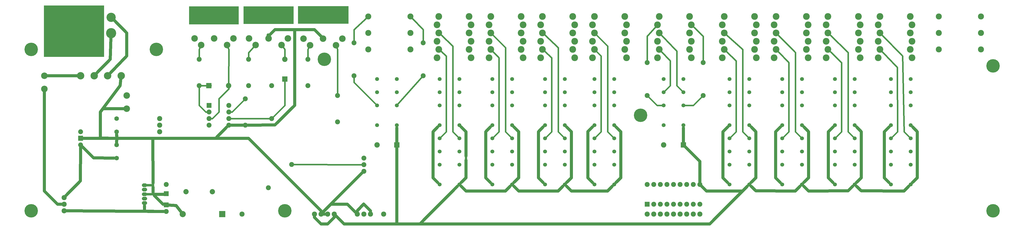
<source format=gbl>
G04 MADE WITH FRITZING*
G04 WWW.FRITZING.ORG*
G04 DOUBLE SIDED*
G04 HOLES PLATED*
G04 CONTOUR ON CENTER OF CONTOUR VECTOR*
%ASAXBY*%
%FSLAX23Y23*%
%MOIN*%
%OFA0B0*%
%SFA1.0B1.0*%
%ADD10C,0.154173*%
%ADD11C,0.140000*%
%ADD12C,0.082000*%
%ADD13C,0.099060*%
%ADD14C,0.075000*%
%ADD15C,0.078000*%
%ADD16C,0.053307*%
%ADD17C,0.099055*%
%ADD18C,0.039370*%
%ADD19C,0.080000*%
%ADD20C,0.094000*%
%ADD21C,0.112000*%
%ADD22C,0.074000*%
%ADD23C,0.070000*%
%ADD24C,0.204725*%
%ADD25C,0.102362*%
%ADD26C,0.091417*%
%ADD27C,0.059000*%
%ADD28R,0.082000X0.082000*%
%ADD29R,0.766667X0.266667*%
%ADD30R,0.075000X0.075000*%
%ADD31R,0.094000X0.094000*%
%ADD32R,0.914814X0.781481*%
%ADD33R,0.755559X0.274073*%
%ADD34R,0.759260X0.270370*%
%ADD35C,0.057087*%
%ADD36C,0.048000*%
%ADD37C,0.024000*%
%ADD38C,0.036000*%
%ADD39R,0.001000X0.001000*%
%LNCOPPER0*%
G90*
G70*
G54D10*
X1497Y2994D03*
G54D11*
X1497Y3234D03*
X1307Y3114D03*
G54D12*
X10182Y1297D03*
X9884Y1297D03*
G54D13*
X5007Y2911D03*
X4909Y2810D03*
X4712Y2911D03*
X4515Y2810D03*
X4417Y2911D03*
X4909Y3317D03*
X4515Y3317D03*
G54D14*
X4482Y2597D03*
X4482Y2197D03*
X4932Y2047D03*
X4932Y1647D03*
G54D15*
X5632Y247D03*
G54D14*
X2332Y557D03*
X2332Y695D03*
G54D16*
X2002Y685D03*
X2002Y618D03*
X2002Y551D03*
X2002Y484D03*
X2002Y417D03*
G54D17*
X482Y2347D03*
X482Y2147D03*
G54D15*
X2232Y1697D03*
X2232Y1597D03*
X2232Y1497D03*
G54D18*
X2132Y547D03*
X2132Y687D03*
G54D17*
X1732Y2047D03*
X1732Y1847D03*
G54D14*
X2332Y387D03*
X2332Y287D03*
G54D19*
X2632Y587D03*
X3032Y587D03*
G54D15*
X782Y497D03*
X782Y397D03*
X782Y297D03*
G54D20*
X3182Y247D03*
X2582Y247D03*
G54D18*
X6882Y1097D03*
G54D15*
X3482Y247D03*
G54D21*
X1032Y2347D03*
X1238Y2347D03*
X1444Y2347D03*
X1650Y2347D03*
G54D22*
X1032Y1297D03*
X1032Y1397D03*
X1032Y1497D03*
G54D23*
X1578Y1495D03*
X1578Y1695D03*
X1578Y1295D03*
X1578Y1095D03*
G54D24*
X9532Y1747D03*
X14882Y297D03*
X14882Y2497D03*
X282Y2747D03*
X282Y297D03*
X2182Y2747D03*
X4732Y2597D03*
X4132Y297D03*
G54D15*
X4582Y247D03*
X4682Y247D03*
X4782Y247D03*
X4882Y247D03*
X5432Y247D03*
X5332Y247D03*
X5232Y247D03*
G54D12*
X4132Y2297D03*
X4132Y2595D03*
G54D25*
X9816Y3247D03*
X9816Y2997D03*
X9816Y2747D03*
X10276Y3247D03*
X10276Y2997D03*
X10276Y2747D03*
X9788Y3119D03*
X9788Y2869D03*
X9788Y2619D03*
X10304Y3119D03*
X10304Y2869D03*
X10304Y2619D03*
X6471Y3247D03*
X6471Y2997D03*
X6471Y2747D03*
X6931Y3247D03*
X6931Y2997D03*
X6931Y2747D03*
X6443Y3119D03*
X6443Y2869D03*
X6443Y2619D03*
X6959Y3119D03*
X6959Y2869D03*
X6959Y2619D03*
X7260Y3247D03*
X7260Y2997D03*
X7260Y2747D03*
X7720Y3247D03*
X7720Y2997D03*
X7720Y2747D03*
X7232Y3119D03*
X7232Y2869D03*
X7232Y2619D03*
X7748Y3119D03*
X7748Y2869D03*
X7748Y2619D03*
X8832Y3247D03*
X8832Y2997D03*
X8832Y2747D03*
X9293Y3247D03*
X9293Y2997D03*
X9293Y2747D03*
X8804Y3119D03*
X8804Y2869D03*
X8804Y2619D03*
X9320Y3119D03*
X9320Y2869D03*
X9320Y2619D03*
X8043Y3247D03*
X8043Y2997D03*
X8043Y2747D03*
X8504Y3247D03*
X8504Y2997D03*
X8504Y2747D03*
X8016Y3119D03*
X8016Y2869D03*
X8016Y2619D03*
X8532Y3119D03*
X8532Y2869D03*
X8532Y2619D03*
X10802Y3247D03*
X10802Y2997D03*
X10802Y2747D03*
X11263Y3247D03*
X11263Y2997D03*
X11263Y2747D03*
X10774Y3119D03*
X10774Y2869D03*
X10774Y2619D03*
X11290Y3119D03*
X11290Y2869D03*
X11290Y2619D03*
X11588Y3247D03*
X11588Y2997D03*
X11588Y2747D03*
X12049Y3247D03*
X12049Y2997D03*
X12049Y2747D03*
X11561Y3119D03*
X11561Y2869D03*
X11561Y2619D03*
X12076Y3119D03*
X12076Y2869D03*
X12076Y2619D03*
G54D14*
X9632Y397D03*
X9632Y697D03*
X9732Y397D03*
X9732Y697D03*
X9832Y397D03*
X9832Y697D03*
X9932Y397D03*
X9932Y697D03*
X10032Y397D03*
X10032Y697D03*
X10132Y397D03*
X10132Y697D03*
X10232Y397D03*
X10232Y697D03*
X10332Y397D03*
X10332Y697D03*
X10432Y397D03*
X10432Y697D03*
G54D25*
X13166Y3247D03*
X13166Y2997D03*
X13166Y2747D03*
X13627Y3247D03*
X13627Y2997D03*
X13627Y2747D03*
X13138Y3119D03*
X13138Y2869D03*
X13138Y2619D03*
X13654Y3119D03*
X13654Y2869D03*
X13654Y2619D03*
G54D26*
X5399Y3247D03*
X6038Y3247D03*
X5399Y2997D03*
X6038Y2997D03*
X5399Y2747D03*
X6038Y2747D03*
X14060Y3247D03*
X14699Y3247D03*
X14060Y2997D03*
X14699Y2997D03*
X14060Y2747D03*
X14699Y2747D03*
G54D25*
X12377Y3247D03*
X12377Y2997D03*
X12377Y2747D03*
X12838Y3247D03*
X12838Y2997D03*
X12838Y2747D03*
X12350Y3119D03*
X12350Y2869D03*
X12350Y2619D03*
X12865Y3119D03*
X12865Y2869D03*
X12865Y2619D03*
G54D15*
X10432Y247D03*
X10332Y247D03*
X10232Y247D03*
X10132Y247D03*
X10032Y247D03*
X9932Y247D03*
X9832Y247D03*
X9732Y247D03*
X9632Y247D03*
G54D27*
X13634Y1897D03*
X13334Y2297D03*
X13334Y2097D03*
X13334Y1897D03*
X13334Y1597D03*
X13634Y1597D03*
X13634Y2097D03*
X13634Y2297D03*
X12784Y1897D03*
X12484Y2297D03*
X12484Y2097D03*
X12484Y1897D03*
X12484Y1597D03*
X12784Y1597D03*
X12784Y2097D03*
X12784Y2297D03*
X11984Y1897D03*
X11684Y2297D03*
X11684Y2097D03*
X11684Y1897D03*
X11684Y1597D03*
X11984Y1597D03*
X11984Y2097D03*
X11984Y2297D03*
X11184Y1897D03*
X10884Y2297D03*
X10884Y2097D03*
X10884Y1897D03*
X10884Y1597D03*
X11184Y1597D03*
X11184Y2097D03*
X11184Y2297D03*
X9132Y1897D03*
X8832Y2297D03*
X8832Y2097D03*
X8832Y1897D03*
X8832Y1597D03*
X9132Y1597D03*
X9132Y2097D03*
X9132Y2297D03*
X8382Y1897D03*
X8082Y2297D03*
X8082Y2097D03*
X8082Y1897D03*
X8082Y1597D03*
X8382Y1597D03*
X8382Y2097D03*
X8382Y2297D03*
X7582Y1897D03*
X7282Y2297D03*
X7282Y2097D03*
X7282Y1897D03*
X7282Y1597D03*
X7582Y1597D03*
X7582Y2097D03*
X7582Y2297D03*
X6782Y1897D03*
X6482Y2297D03*
X6482Y2097D03*
X6482Y1897D03*
X6482Y1597D03*
X6782Y1597D03*
X6782Y2097D03*
X6782Y2297D03*
X6782Y997D03*
X6482Y1397D03*
X6482Y1197D03*
X6482Y997D03*
X6482Y697D03*
X6782Y697D03*
X6782Y1197D03*
X6782Y1397D03*
X7582Y997D03*
X7282Y1397D03*
X7282Y1197D03*
X7282Y997D03*
X7282Y697D03*
X7582Y697D03*
X7582Y1197D03*
X7582Y1397D03*
X8382Y997D03*
X8082Y1397D03*
X8082Y1197D03*
X8082Y997D03*
X8082Y697D03*
X8382Y697D03*
X8382Y1197D03*
X8382Y1397D03*
X11182Y997D03*
X10882Y1397D03*
X10882Y1197D03*
X10882Y997D03*
X10882Y697D03*
X11182Y697D03*
X11182Y1197D03*
X11182Y1397D03*
X11982Y997D03*
X11682Y1397D03*
X11682Y1197D03*
X11682Y997D03*
X11682Y697D03*
X11982Y697D03*
X11982Y1197D03*
X11982Y1397D03*
X12782Y997D03*
X12482Y1397D03*
X12482Y1197D03*
X12482Y997D03*
X12482Y697D03*
X12782Y697D03*
X12782Y1197D03*
X12782Y1397D03*
X13632Y997D03*
X13332Y1397D03*
X13332Y1197D03*
X13332Y997D03*
X13332Y697D03*
X13632Y697D03*
X13632Y1197D03*
X13632Y1397D03*
X10182Y1897D03*
X9882Y2297D03*
X9882Y2097D03*
X9882Y1897D03*
X9882Y1597D03*
X10182Y1597D03*
X10182Y2097D03*
X10182Y2297D03*
X5832Y1897D03*
X5532Y2297D03*
X5532Y2097D03*
X5532Y1897D03*
X5532Y1597D03*
X5832Y1597D03*
X5832Y2097D03*
X5832Y2297D03*
X9132Y997D03*
X8832Y1397D03*
X8832Y1197D03*
X8832Y997D03*
X8832Y697D03*
X9132Y697D03*
X9132Y1197D03*
X9132Y1397D03*
G54D14*
X2832Y2597D03*
X2832Y2197D03*
G54D12*
X2982Y2197D03*
X3280Y2197D03*
G54D14*
X3932Y2197D03*
X3932Y1697D03*
X3532Y1597D03*
X3532Y1997D03*
X3582Y2597D03*
X3582Y2197D03*
X2982Y1897D03*
X3282Y1897D03*
X2982Y1797D03*
X3282Y1797D03*
X2982Y1697D03*
X3282Y1697D03*
X2982Y1597D03*
X3282Y1597D03*
G54D13*
X4181Y2913D03*
X4083Y2812D03*
X3886Y2913D03*
X3689Y2812D03*
X3591Y2913D03*
X4083Y3319D03*
X3689Y3319D03*
X3354Y2913D03*
X3256Y2812D03*
X3059Y2913D03*
X2862Y2812D03*
X2764Y2913D03*
X3256Y3319D03*
X2862Y3319D03*
G54D14*
X5182Y2347D03*
X5182Y2847D03*
X9632Y2047D03*
X9632Y2547D03*
X10482Y2047D03*
X10482Y2547D03*
X6232Y2347D03*
X6232Y2847D03*
X5332Y1097D03*
X5332Y997D03*
X5332Y897D03*
X3882Y647D03*
X4235Y1001D03*
G54D12*
X5832Y1297D03*
X5534Y1297D03*
G54D28*
X10183Y1297D03*
G54D29*
X4715Y3271D03*
G54D30*
X2332Y557D03*
X2332Y387D03*
G54D31*
X3182Y247D03*
G54D32*
X932Y3022D03*
G54D33*
X3056Y3263D03*
G54D34*
X3886Y3266D03*
G54D28*
X4132Y2296D03*
G54D30*
X9632Y397D03*
G54D28*
X2981Y2197D03*
G54D30*
X2982Y1897D03*
G54D28*
X5833Y1297D03*
G54D35*
X2013Y685D02*
X1991Y685D01*
D02*
X2013Y618D02*
X1991Y618D01*
D02*
X2013Y551D02*
X1991Y551D01*
D02*
X2013Y484D02*
X1991Y484D01*
D02*
X2013Y417D02*
X1991Y417D01*
G54D36*
D02*
X10432Y1047D02*
X10213Y1266D01*
D02*
X10432Y737D02*
X10432Y1047D01*
D02*
X10182Y1340D02*
X10182Y1557D01*
D02*
X5032Y97D02*
X4911Y218D01*
D02*
X5832Y97D02*
X5032Y97D01*
D02*
X5832Y1254D02*
X5832Y97D01*
D02*
X5832Y1340D02*
X5832Y1557D01*
D02*
X4682Y2947D02*
X4679Y2951D01*
D02*
X4582Y3047D02*
X4682Y2947D01*
D02*
X3982Y3047D02*
X4582Y3047D01*
D02*
X3882Y2947D02*
X3982Y3047D01*
D02*
X3880Y2965D02*
X3882Y2947D01*
G54D37*
D02*
X4482Y2747D02*
X4482Y2626D01*
D02*
X4496Y2774D02*
X4482Y2747D01*
D02*
X4932Y2076D02*
X4932Y2747D01*
D02*
X4932Y2747D02*
X4923Y2772D01*
G54D36*
D02*
X2291Y547D02*
X2162Y547D01*
D02*
X2293Y547D02*
X2291Y547D01*
G54D38*
D02*
X2107Y687D02*
X2040Y685D01*
G54D36*
D02*
X2002Y288D02*
X2002Y373D01*
D02*
X2292Y287D02*
X2002Y288D01*
G54D38*
D02*
X2040Y550D02*
X2107Y548D01*
G54D36*
D02*
X1582Y1396D02*
X2131Y1396D01*
D02*
X2131Y1396D02*
X2132Y717D01*
D02*
X1580Y1332D02*
X1582Y1396D01*
D02*
X2132Y577D02*
X2132Y657D01*
D02*
X2282Y397D02*
X2293Y395D01*
D02*
X2153Y526D02*
X2282Y397D01*
D02*
X2482Y377D02*
X2552Y286D01*
D02*
X2372Y384D02*
X2482Y377D01*
D02*
X534Y2347D02*
X982Y2347D01*
D02*
X682Y395D02*
X482Y597D01*
D02*
X482Y597D02*
X482Y2095D01*
D02*
X741Y396D02*
X682Y395D01*
D02*
X1030Y751D02*
X811Y526D01*
D02*
X1032Y1255D02*
X1030Y751D01*
D02*
X2292Y287D02*
X823Y297D01*
D02*
X1582Y1396D02*
X1334Y1399D01*
D02*
X1372Y1847D02*
X1680Y1847D01*
D02*
X1334Y1795D02*
X1372Y1847D01*
D02*
X1334Y1399D02*
X1334Y1795D01*
D02*
X1580Y1332D02*
X1582Y1396D01*
G54D37*
D02*
X5182Y3047D02*
X5369Y3220D01*
D02*
X5182Y2876D02*
X5182Y3047D01*
D02*
X6232Y3047D02*
X6066Y3218D01*
D02*
X6232Y2876D02*
X6232Y3047D01*
D02*
X9632Y2947D02*
X9760Y3087D01*
D02*
X9632Y2576D02*
X9632Y2947D01*
D02*
X10482Y2947D02*
X10335Y3089D01*
D02*
X10482Y2576D02*
X10482Y2947D01*
G54D36*
D02*
X4682Y295D02*
X4682Y288D01*
D02*
X3582Y1395D02*
X4682Y295D01*
D02*
X1586Y1395D02*
X3582Y1395D01*
D02*
X1581Y1458D02*
X1586Y1395D01*
D02*
X5304Y869D02*
X4711Y276D01*
G54D37*
D02*
X4264Y1000D02*
X5303Y997D01*
D02*
X5182Y2247D02*
X5512Y1917D01*
D02*
X5182Y2318D02*
X5182Y2247D01*
D02*
X5851Y1918D02*
X6213Y2326D01*
G54D36*
D02*
X10582Y97D02*
X5032Y97D01*
D02*
X5032Y97D02*
X4911Y218D01*
D02*
X11154Y669D02*
X10582Y97D01*
D02*
X6882Y797D02*
X6810Y725D01*
D02*
X6882Y1067D02*
X6882Y797D01*
D02*
X6882Y1497D02*
X6810Y1569D01*
D02*
X6882Y1127D02*
X6882Y1497D01*
D02*
X9104Y669D02*
X9032Y597D01*
D02*
X9032Y597D02*
X8482Y597D01*
D02*
X8482Y597D02*
X8410Y669D01*
D02*
X8354Y669D02*
X8282Y597D01*
D02*
X8282Y597D02*
X7682Y597D01*
D02*
X7682Y597D02*
X7610Y669D01*
D02*
X6882Y597D02*
X6810Y669D01*
D02*
X7482Y597D02*
X6882Y597D01*
D02*
X7554Y669D02*
X7482Y597D01*
D02*
X13534Y595D02*
X12882Y599D01*
D02*
X12882Y599D02*
X12810Y669D01*
D02*
X13604Y668D02*
X13534Y595D01*
D02*
X12754Y669D02*
X12682Y599D01*
D02*
X12682Y599D02*
X12082Y595D01*
D02*
X12082Y595D02*
X12010Y669D01*
D02*
X11954Y669D02*
X11882Y595D01*
D02*
X11882Y595D02*
X11282Y599D01*
D02*
X11282Y599D02*
X11210Y669D01*
D02*
X13660Y725D02*
X13732Y797D01*
D02*
X13732Y797D02*
X13734Y1497D01*
D02*
X13734Y1497D02*
X13662Y1569D01*
D02*
X12810Y725D02*
X12882Y797D01*
D02*
X12882Y797D02*
X12884Y1497D01*
D02*
X12884Y1497D02*
X12812Y1569D01*
D02*
X12082Y797D02*
X12084Y1497D01*
D02*
X12084Y1497D02*
X12012Y1569D01*
D02*
X12010Y725D02*
X12082Y797D01*
D02*
X11210Y725D02*
X11282Y797D01*
D02*
X11282Y797D02*
X11284Y1497D01*
D02*
X11284Y1497D02*
X11212Y1569D01*
D02*
X1732Y2997D02*
X1548Y3183D01*
D02*
X1732Y2647D02*
X1732Y2997D01*
D02*
X1479Y2383D02*
X1732Y2647D01*
D02*
X1482Y2597D02*
X1494Y2915D01*
D02*
X1273Y2383D02*
X1482Y2597D01*
D02*
X1582Y1397D02*
X1580Y1332D01*
D02*
X1074Y1397D02*
X1582Y1397D01*
D02*
X1582Y1397D02*
X1580Y1458D01*
D02*
X1074Y1397D02*
X1582Y1397D01*
D02*
X1230Y1099D02*
X1541Y1096D01*
D02*
X1062Y1267D02*
X1230Y1099D01*
D02*
X1334Y1395D02*
X1074Y1397D01*
D02*
X1334Y1795D02*
X1334Y1395D01*
D02*
X1632Y2197D02*
X1334Y1795D01*
D02*
X1644Y2297D02*
X1632Y2197D01*
D02*
X4882Y197D02*
X4882Y206D01*
D02*
X4782Y97D02*
X4882Y197D01*
D02*
X4682Y97D02*
X4782Y97D01*
D02*
X4582Y197D02*
X4682Y97D01*
D02*
X4582Y206D02*
X4582Y197D01*
D02*
X4723Y247D02*
X4741Y247D01*
D02*
X5232Y297D02*
X5232Y288D01*
D02*
X5330Y399D02*
X5232Y297D01*
D02*
X5432Y297D02*
X5330Y399D01*
D02*
X5432Y288D02*
X5432Y297D01*
D02*
X6182Y97D02*
X6754Y669D01*
D02*
X5032Y97D02*
X6182Y97D01*
D02*
X4911Y218D02*
X5032Y97D01*
G54D37*
D02*
X2832Y1897D02*
X2832Y2197D01*
D02*
X2832Y2197D02*
X2950Y2197D01*
D02*
X2932Y1797D02*
X2832Y1897D01*
D02*
X2953Y1797D02*
X2932Y1797D01*
D02*
X3282Y2147D02*
X3281Y2165D01*
D02*
X3133Y1998D02*
X3282Y2147D01*
D02*
X3132Y1797D02*
X3133Y1998D01*
D02*
X3032Y1697D02*
X3132Y1797D01*
D02*
X3011Y1697D02*
X3032Y1697D01*
G54D36*
D02*
X3082Y1397D02*
X3254Y1569D01*
D02*
X1582Y1396D02*
X3082Y1397D01*
D02*
X1580Y1458D02*
X1582Y1396D01*
D02*
X3492Y1597D02*
X3322Y1597D01*
D02*
X3982Y1599D02*
X3572Y1597D01*
D02*
X4282Y1895D02*
X3982Y1599D01*
D02*
X3982Y3047D02*
X4282Y3047D01*
D02*
X3882Y2947D02*
X3982Y3047D01*
D02*
X4282Y3047D02*
X4282Y1895D01*
D02*
X3880Y2965D02*
X3882Y2947D01*
G54D37*
D02*
X3332Y1797D02*
X3512Y1977D01*
D02*
X3311Y1797D02*
X3332Y1797D01*
D02*
X9982Y2573D02*
X9845Y2716D01*
D02*
X9982Y2197D02*
X9982Y2573D01*
D02*
X9902Y2117D02*
X9982Y2197D01*
D02*
X10082Y2197D02*
X10082Y2721D01*
D02*
X10082Y2721D02*
X9845Y2966D01*
D02*
X10162Y2117D02*
X10082Y2197D01*
D02*
X9782Y1897D02*
X9853Y1897D01*
D02*
X9652Y2027D02*
X9782Y1897D01*
D02*
X10332Y1897D02*
X10211Y1897D01*
D02*
X10462Y2027D02*
X10332Y1897D01*
G54D36*
D02*
X5082Y397D02*
X5203Y276D01*
D02*
X4832Y396D02*
X5082Y397D01*
D02*
X4711Y276D02*
X4832Y396D01*
G54D37*
D02*
X3311Y1697D02*
X3903Y1697D01*
D02*
X4134Y1895D02*
X4132Y2265D01*
D02*
X3952Y1717D02*
X4134Y1895D01*
D02*
X4133Y2747D02*
X4108Y2780D01*
D02*
X4132Y2627D02*
X4133Y2747D01*
G54D36*
D02*
X7182Y797D02*
X7182Y1497D01*
D02*
X7182Y1497D02*
X7254Y1569D01*
D02*
X7254Y725D02*
X7182Y797D01*
D02*
X7682Y797D02*
X7682Y1497D01*
D02*
X7682Y1497D02*
X7610Y1569D01*
D02*
X7610Y725D02*
X7682Y797D01*
D02*
X6382Y797D02*
X6382Y1497D01*
D02*
X6382Y1497D02*
X6454Y1569D01*
D02*
X6454Y725D02*
X6382Y797D01*
G54D37*
D02*
X2833Y2747D02*
X2846Y2775D01*
D02*
X2832Y2626D02*
X2833Y2747D01*
D02*
X3282Y2747D02*
X3271Y2774D01*
D02*
X3280Y2229D02*
X3282Y2747D01*
D02*
X3582Y2697D02*
X3661Y2782D01*
D02*
X3582Y2626D02*
X3582Y2697D01*
G54D36*
D02*
X13232Y797D02*
X13234Y1497D01*
D02*
X13234Y1497D02*
X13306Y1569D01*
D02*
X13304Y725D02*
X13232Y797D01*
D02*
X12382Y797D02*
X12384Y1497D01*
D02*
X12384Y1497D02*
X12456Y1569D01*
D02*
X12454Y725D02*
X12382Y797D01*
D02*
X11582Y797D02*
X11584Y1497D01*
D02*
X11584Y1497D02*
X11656Y1569D01*
D02*
X11654Y725D02*
X11582Y797D01*
D02*
X10782Y797D02*
X10784Y1497D01*
D02*
X10784Y1497D02*
X10856Y1569D01*
D02*
X10854Y725D02*
X10782Y797D01*
D02*
X9232Y797D02*
X9234Y1495D01*
D02*
X9234Y1495D02*
X9160Y1569D01*
D02*
X9160Y725D02*
X9232Y797D01*
D02*
X8732Y797D02*
X8734Y1499D01*
D02*
X8734Y1499D02*
X8804Y1569D01*
D02*
X8804Y725D02*
X8732Y797D01*
D02*
X8482Y797D02*
X8482Y1497D01*
D02*
X8482Y1497D02*
X8410Y1569D01*
D02*
X8410Y725D02*
X8482Y797D01*
D02*
X7982Y797D02*
X7982Y1497D01*
D02*
X7982Y1497D02*
X8054Y1569D01*
D02*
X8054Y725D02*
X7982Y797D01*
D02*
X10532Y597D02*
X10460Y669D01*
D02*
X11082Y597D02*
X10532Y597D01*
D02*
X11154Y669D02*
X11082Y597D01*
G54D37*
D02*
X8934Y2647D02*
X8932Y1497D01*
D02*
X8932Y1497D02*
X8852Y1417D01*
D02*
X8862Y2717D02*
X8934Y2647D01*
D02*
X9034Y2795D02*
X9032Y1497D01*
D02*
X9032Y1497D02*
X9112Y1417D01*
D02*
X8862Y2967D02*
X9034Y2795D01*
D02*
X8182Y1497D02*
X8182Y2621D01*
D02*
X8182Y2621D02*
X8075Y2718D01*
D02*
X8102Y1417D02*
X8182Y1497D01*
D02*
X8282Y2773D02*
X8075Y2968D01*
D02*
X8282Y1497D02*
X8282Y2773D01*
D02*
X8362Y1417D02*
X8282Y1497D01*
D02*
X7382Y2621D02*
X7382Y1497D01*
D02*
X7382Y1497D02*
X7302Y1417D01*
D02*
X7289Y2716D02*
X7382Y2621D01*
D02*
X7482Y2773D02*
X7482Y1497D01*
D02*
X7482Y1497D02*
X7562Y1417D01*
D02*
X7290Y2967D02*
X7482Y2773D01*
D02*
X6582Y2647D02*
X6582Y1497D01*
D02*
X6582Y1497D02*
X6502Y1417D01*
D02*
X6502Y2718D02*
X6582Y2647D01*
D02*
X6682Y2795D02*
X6682Y1497D01*
D02*
X6682Y1497D02*
X6762Y1417D01*
D02*
X6502Y2968D02*
X6682Y2795D01*
D02*
X10982Y2573D02*
X10982Y1497D01*
D02*
X10982Y1497D02*
X10902Y1417D01*
D02*
X10832Y2717D02*
X10982Y2573D01*
D02*
X11082Y1497D02*
X11082Y2747D01*
D02*
X11082Y2747D02*
X10834Y2969D01*
D02*
X11162Y1417D02*
X11082Y1497D01*
D02*
X11782Y2547D02*
X11618Y2717D01*
D02*
X11782Y1497D02*
X11782Y2547D01*
D02*
X11702Y1417D02*
X11782Y1497D01*
D02*
X11882Y2699D02*
X11618Y2967D01*
D02*
X11882Y1497D02*
X11882Y2699D01*
D02*
X11962Y1417D02*
X11882Y1497D01*
D02*
X12682Y1497D02*
X12682Y2699D01*
D02*
X12682Y2699D02*
X12408Y2967D01*
D02*
X12762Y1417D02*
X12682Y1497D01*
D02*
X12582Y2547D02*
X12408Y2717D01*
D02*
X12582Y1497D02*
X12582Y2547D01*
D02*
X12502Y1417D02*
X12582Y1497D01*
D02*
X13430Y2473D02*
X13196Y2716D01*
D02*
X13432Y1497D02*
X13430Y2473D01*
D02*
X13352Y1417D02*
X13432Y1497D01*
D02*
X13508Y2647D02*
X13196Y2967D01*
D02*
X13532Y1497D02*
X13508Y2647D01*
D02*
X13612Y1417D02*
X13532Y1497D01*
D02*
X2950Y2197D02*
X2861Y2197D01*
G54D39*
X995Y1434D02*
X1068Y1434D01*
X995Y1433D02*
X1068Y1433D01*
X995Y1432D02*
X1068Y1432D01*
X995Y1431D02*
X1068Y1431D01*
X995Y1430D02*
X1068Y1430D01*
X995Y1429D02*
X1068Y1429D01*
X995Y1428D02*
X1068Y1428D01*
X995Y1427D02*
X1068Y1427D01*
X995Y1426D02*
X1068Y1426D01*
X995Y1425D02*
X1068Y1425D01*
X995Y1424D02*
X1068Y1424D01*
X995Y1423D02*
X1068Y1423D01*
X995Y1422D02*
X1068Y1422D01*
X995Y1421D02*
X1068Y1421D01*
X995Y1420D02*
X1068Y1420D01*
X995Y1419D02*
X1068Y1419D01*
X995Y1418D02*
X1068Y1418D01*
X995Y1417D02*
X1030Y1417D01*
X1032Y1417D02*
X1068Y1417D01*
X995Y1416D02*
X1025Y1416D01*
X1038Y1416D02*
X1068Y1416D01*
X995Y1415D02*
X1022Y1415D01*
X1040Y1415D02*
X1068Y1415D01*
X995Y1414D02*
X1020Y1414D01*
X1042Y1414D02*
X1068Y1414D01*
X995Y1413D02*
X1019Y1413D01*
X1044Y1413D02*
X1068Y1413D01*
X995Y1412D02*
X1018Y1412D01*
X1045Y1412D02*
X1068Y1412D01*
X995Y1411D02*
X1017Y1411D01*
X1046Y1411D02*
X1068Y1411D01*
X995Y1410D02*
X1016Y1410D01*
X1047Y1410D02*
X1068Y1410D01*
X995Y1409D02*
X1015Y1409D01*
X1048Y1409D02*
X1068Y1409D01*
X995Y1408D02*
X1014Y1408D01*
X1048Y1408D02*
X1068Y1408D01*
X995Y1407D02*
X1014Y1407D01*
X1049Y1407D02*
X1068Y1407D01*
X995Y1406D02*
X1013Y1406D01*
X1049Y1406D02*
X1068Y1406D01*
X995Y1405D02*
X1013Y1405D01*
X1050Y1405D02*
X1068Y1405D01*
X995Y1404D02*
X1012Y1404D01*
X1050Y1404D02*
X1068Y1404D01*
X995Y1403D02*
X1012Y1403D01*
X1051Y1403D02*
X1068Y1403D01*
X995Y1402D02*
X1012Y1402D01*
X1051Y1402D02*
X1068Y1402D01*
X995Y1401D02*
X1012Y1401D01*
X1051Y1401D02*
X1068Y1401D01*
X995Y1400D02*
X1011Y1400D01*
X1051Y1400D02*
X1068Y1400D01*
X995Y1399D02*
X1011Y1399D01*
X1051Y1399D02*
X1068Y1399D01*
X995Y1398D02*
X1011Y1398D01*
X1051Y1398D02*
X1068Y1398D01*
X995Y1397D02*
X1011Y1397D01*
X1052Y1397D02*
X1068Y1397D01*
X995Y1396D02*
X1011Y1396D01*
X1051Y1396D02*
X1068Y1396D01*
X995Y1395D02*
X1011Y1395D01*
X1051Y1395D02*
X1068Y1395D01*
X995Y1394D02*
X1012Y1394D01*
X1051Y1394D02*
X1068Y1394D01*
X995Y1393D02*
X1012Y1393D01*
X1051Y1393D02*
X1068Y1393D01*
X995Y1392D02*
X1012Y1392D01*
X1051Y1392D02*
X1068Y1392D01*
X995Y1391D02*
X1012Y1391D01*
X1050Y1391D02*
X1068Y1391D01*
X995Y1390D02*
X1013Y1390D01*
X1050Y1390D02*
X1068Y1390D01*
X995Y1389D02*
X1013Y1389D01*
X1050Y1389D02*
X1068Y1389D01*
X995Y1388D02*
X1014Y1388D01*
X1049Y1388D02*
X1068Y1388D01*
X995Y1387D02*
X1014Y1387D01*
X1049Y1387D02*
X1068Y1387D01*
X995Y1386D02*
X1015Y1386D01*
X1048Y1386D02*
X1068Y1386D01*
X995Y1385D02*
X1016Y1385D01*
X1047Y1385D02*
X1068Y1385D01*
X995Y1384D02*
X1016Y1384D01*
X1046Y1384D02*
X1068Y1384D01*
X995Y1383D02*
X1017Y1383D01*
X1045Y1383D02*
X1068Y1383D01*
X995Y1382D02*
X1019Y1382D01*
X1044Y1382D02*
X1068Y1382D01*
X995Y1381D02*
X1020Y1381D01*
X1043Y1381D02*
X1068Y1381D01*
X995Y1380D02*
X1022Y1380D01*
X1041Y1380D02*
X1068Y1380D01*
X995Y1379D02*
X1024Y1379D01*
X1039Y1379D02*
X1068Y1379D01*
X995Y1378D02*
X1028Y1378D01*
X1035Y1378D02*
X1068Y1378D01*
X995Y1377D02*
X1068Y1377D01*
X995Y1376D02*
X1068Y1376D01*
X995Y1375D02*
X1068Y1375D01*
X995Y1374D02*
X1068Y1374D01*
X995Y1373D02*
X1068Y1373D01*
X995Y1372D02*
X1068Y1372D01*
X995Y1371D02*
X1068Y1371D01*
X995Y1370D02*
X1068Y1370D01*
X995Y1369D02*
X1068Y1369D01*
X995Y1368D02*
X1068Y1368D01*
X995Y1367D02*
X1068Y1367D01*
X995Y1366D02*
X1068Y1366D01*
X995Y1365D02*
X1068Y1365D01*
X995Y1364D02*
X1068Y1364D01*
X995Y1363D02*
X1068Y1363D01*
X995Y1362D02*
X1068Y1362D01*
X995Y1361D02*
X1068Y1361D01*
D02*
G04 End of Copper0*
M02*
</source>
